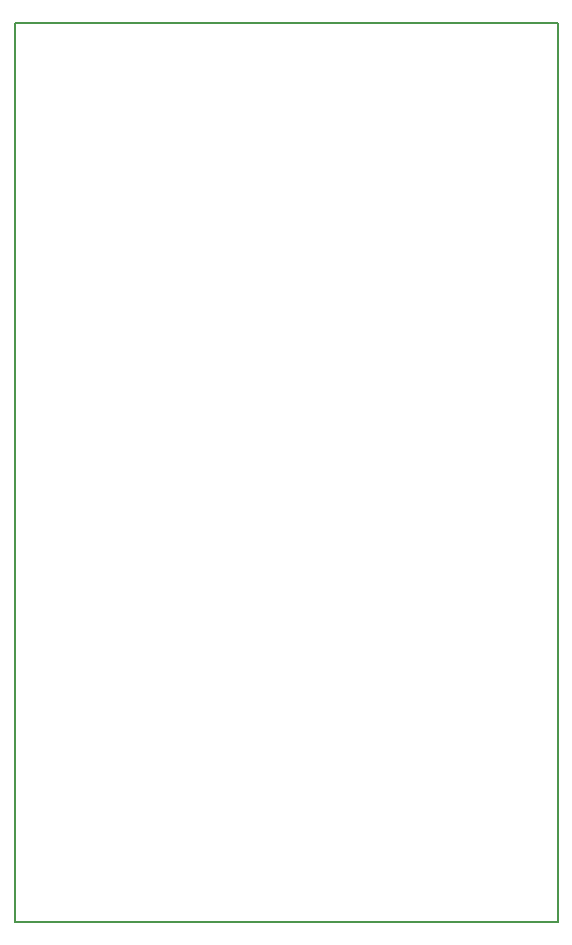
<source format=gbr>
%TF.GenerationSoftware,KiCad,Pcbnew,(6.0.4)*%
%TF.CreationDate,2023-05-16T14:10:18+09:00*%
%TF.ProjectId,RFB,5246422e-6b69-4636-9164-5f7063625858,rev?*%
%TF.SameCoordinates,Original*%
%TF.FileFunction,Profile,NP*%
%FSLAX46Y46*%
G04 Gerber Fmt 4.6, Leading zero omitted, Abs format (unit mm)*
G04 Created by KiCad (PCBNEW (6.0.4)) date 2023-05-16 14:10:18*
%MOMM*%
%LPD*%
G01*
G04 APERTURE LIST*
%TA.AperFunction,Profile*%
%ADD10C,0.150000*%
%TD*%
G04 APERTURE END LIST*
D10*
X79375000Y-106146600D02*
X33350200Y-106146600D01*
X33350200Y-106146600D02*
X33350200Y-30099000D01*
X33350200Y-30099000D02*
X79375000Y-30099000D01*
X79375000Y-30099000D02*
X79375000Y-106146600D01*
M02*

</source>
